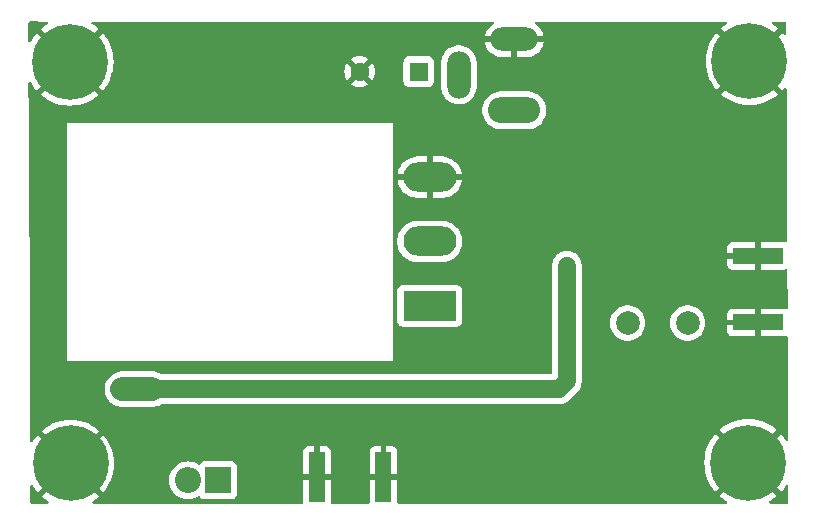
<source format=gbr>
%TF.GenerationSoftware,KiCad,Pcbnew,8.0.0-unknown-202403021604~8dce6c0b67~ubuntu22.04.1*%
%TF.CreationDate,2024-03-03T10:33:34+05:30*%
%TF.ProjectId,HF-PA-v10,48462d50-412d-4763-9130-2e6b69636164,rev?*%
%TF.SameCoordinates,Original*%
%TF.FileFunction,Copper,L2,Bot*%
%TF.FilePolarity,Positive*%
%FSLAX46Y46*%
G04 Gerber Fmt 4.6, Leading zero omitted, Abs format (unit mm)*
G04 Created by KiCad (PCBNEW 8.0.0-unknown-202403021604~8dce6c0b67~ubuntu22.04.1) date 2024-03-03 10:33:34*
%MOMM*%
%LPD*%
G01*
G04 APERTURE LIST*
%TA.AperFunction,ComponentPad*%
%ADD10C,2.000000*%
%TD*%
%TA.AperFunction,ComponentPad*%
%ADD11C,0.800000*%
%TD*%
%TA.AperFunction,ComponentPad*%
%ADD12C,6.400000*%
%TD*%
%TA.AperFunction,SMDPad,CuDef*%
%ADD13R,4.200000X1.350000*%
%TD*%
%TA.AperFunction,ComponentPad*%
%ADD14O,4.400000X2.200000*%
%TD*%
%TA.AperFunction,ComponentPad*%
%ADD15O,4.000000X2.000000*%
%TD*%
%TA.AperFunction,ComponentPad*%
%ADD16O,2.000000X4.000000*%
%TD*%
%TA.AperFunction,ComponentPad*%
%ADD17R,1.600000X1.600000*%
%TD*%
%TA.AperFunction,ComponentPad*%
%ADD18C,1.600000*%
%TD*%
%TA.AperFunction,SMDPad,CuDef*%
%ADD19R,1.350000X4.200000*%
%TD*%
%TA.AperFunction,ComponentPad*%
%ADD20R,4.500000X2.500000*%
%TD*%
%TA.AperFunction,ComponentPad*%
%ADD21O,4.500000X2.500000*%
%TD*%
%TA.AperFunction,ComponentPad*%
%ADD22R,2.200000X2.200000*%
%TD*%
%TA.AperFunction,ComponentPad*%
%ADD23O,2.200000X2.200000*%
%TD*%
%TA.AperFunction,ViaPad*%
%ADD24C,0.800000*%
%TD*%
%TA.AperFunction,Conductor*%
%ADD25C,1.500000*%
%TD*%
%TA.AperFunction,Conductor*%
%ADD26C,1.000000*%
%TD*%
%TA.AperFunction,Conductor*%
%ADD27C,2.000000*%
%TD*%
G04 APERTURE END LIST*
D10*
%TO.P,L4,1*%
%TO.N,Net-(C7-Pad1)*%
X193440000Y-88320000D03*
%TO.P,L4,2*%
%TO.N,Net-(RF_OUT1-In)*%
X198520000Y-88320000D03*
%TD*%
D11*
%TO.P,H3,1,1*%
%TO.N,GND*%
X143872944Y-100222944D03*
X144575888Y-98525888D03*
X144575888Y-101920000D03*
X146272944Y-97822944D03*
D12*
X146272944Y-100222944D03*
D11*
X146272944Y-102622944D03*
X147970000Y-98525888D03*
X147970000Y-101920000D03*
X148672944Y-100222944D03*
%TD*%
D13*
%TO.P,RF_OUT1,2,Ext*%
%TO.N,GND*%
X204477500Y-88285000D03*
X204477500Y-82635000D03*
%TD*%
D14*
%TO.P,Power1,1*%
%TO.N,+VDC*%
X183850000Y-70312500D03*
D15*
%TO.P,Power1,2*%
%TO.N,GND*%
X183850000Y-64312500D03*
D16*
%TO.P,Power1,3*%
%TO.N,unconnected-(Power1-Pad3)*%
X179150000Y-67312500D03*
%TD*%
D17*
%TO.P,C15,1*%
%TO.N,+VDC*%
X175762651Y-67050000D03*
D18*
%TO.P,C15,2*%
%TO.N,GND*%
X170762651Y-67050000D03*
%TD*%
D11*
%TO.P,H4,1,1*%
%TO.N,GND*%
X201242944Y-100172944D03*
X201945888Y-98475888D03*
X201945888Y-101870000D03*
X203642944Y-97772944D03*
D12*
X203642944Y-100172944D03*
D11*
X203642944Y-102572944D03*
X205340000Y-98475888D03*
X205340000Y-101870000D03*
X206042944Y-100172944D03*
%TD*%
D19*
%TO.P,RF_IN1,2,Ext*%
%TO.N,GND*%
X167120000Y-101380000D03*
X172770000Y-101380000D03*
%TD*%
D20*
%TO.P,Q1,1,G*%
%TO.N,Net-(Q1-G)*%
X176700000Y-86880000D03*
D21*
%TO.P,Q1,2,D*%
%TO.N,/DRAIN*%
X176700000Y-81430000D03*
%TO.P,Q1,3,S*%
%TO.N,GND*%
X176700000Y-75980000D03*
%TD*%
D22*
%TO.P,D1,1,K*%
%TO.N,11.5V*%
X158768234Y-101650000D03*
D23*
%TO.P,D1,2,A*%
%TO.N,Net-(D1-A)*%
X156228234Y-101650000D03*
%TD*%
D11*
%TO.P,H1,1,1*%
%TO.N,GND*%
X143812944Y-66222944D03*
X144515888Y-64525888D03*
X144515888Y-67920000D03*
X146212944Y-63822944D03*
D12*
X146212944Y-66222944D03*
D11*
X146212944Y-68622944D03*
X147910000Y-64525888D03*
X147910000Y-67920000D03*
X148612944Y-66222944D03*
%TD*%
%TO.P,H2,1,1*%
%TO.N,GND*%
X201352944Y-66177944D03*
X202055888Y-64480888D03*
X202055888Y-67875000D03*
X203752944Y-63777944D03*
D12*
X203752944Y-66177944D03*
D11*
X203752944Y-68577944D03*
X205450000Y-64480888D03*
X205450000Y-67875000D03*
X206152944Y-66177944D03*
%TD*%
D24*
%TO.N,GND*%
X160070000Y-64960000D03*
X188412114Y-102371750D03*
X193492114Y-97291750D03*
X203652114Y-76971750D03*
X201112114Y-79511750D03*
X162610000Y-64960000D03*
X190952114Y-102371750D03*
X152450000Y-64960000D03*
X145232114Y-92211750D03*
X203652114Y-74431750D03*
X194495000Y-64795000D03*
X154750000Y-98520000D03*
X201112114Y-74431750D03*
X175712114Y-102371750D03*
X194495000Y-67335000D03*
X178252114Y-99831750D03*
X180792114Y-102371750D03*
X157530000Y-64960000D03*
X152450000Y-67500000D03*
X197035000Y-67335000D03*
X201112114Y-76971750D03*
X154990000Y-67500000D03*
X198572114Y-71891750D03*
X157290000Y-95980000D03*
X144160000Y-81940000D03*
X180792114Y-97291750D03*
X144160000Y-71780000D03*
X165150000Y-67500000D03*
X144160000Y-89560000D03*
X199575000Y-64795000D03*
X165150000Y-64960000D03*
X201112114Y-71891750D03*
X190952114Y-97291750D03*
X183332114Y-102371750D03*
X193492114Y-102371750D03*
X196032114Y-102371750D03*
X189415000Y-67335000D03*
X198572114Y-99831750D03*
X162610000Y-67500000D03*
X185872114Y-97291750D03*
X154990000Y-64960000D03*
X157290000Y-98520000D03*
X199575000Y-69875000D03*
X190952114Y-94751750D03*
X194495000Y-69875000D03*
X160070000Y-67500000D03*
X144160000Y-79400000D03*
X197035000Y-69875000D03*
X144160000Y-74320000D03*
X203652114Y-79511750D03*
X191955000Y-67335000D03*
X180792114Y-99831750D03*
X183332114Y-66811750D03*
X157530000Y-67500000D03*
X154750000Y-95980000D03*
X193492114Y-94751750D03*
X145232114Y-94751750D03*
X144160000Y-76860000D03*
X159830000Y-98520000D03*
X203652114Y-71891750D03*
X197035000Y-64795000D03*
X178252114Y-102371750D03*
X144160000Y-87020000D03*
X175712114Y-99831750D03*
X159830000Y-95980000D03*
X191955000Y-64795000D03*
X199575000Y-67335000D03*
X144160000Y-84480000D03*
X188412114Y-97291750D03*
X183332114Y-97291750D03*
X198572114Y-102371750D03*
X185872114Y-102371750D03*
%TO.N,+VDC*%
X188310000Y-85200000D03*
X188280000Y-84390000D03*
X151240000Y-93920000D03*
X150170000Y-93930000D03*
%TD*%
D25*
%TO.N,+VDC*%
X188310000Y-93261750D02*
X188310000Y-83480000D01*
D26*
X188310000Y-85200000D02*
X188310000Y-93261750D01*
X188310000Y-84540000D02*
X188280000Y-84390000D01*
D27*
X153190000Y-93930000D02*
X150660000Y-93930000D01*
D26*
X188280000Y-84390000D02*
X188310000Y-85200000D01*
D25*
X153190000Y-93930000D02*
X187641750Y-93930000D01*
X187641750Y-93930000D02*
X188310000Y-93261750D01*
%TD*%
%TA.AperFunction,Conductor*%
%TO.N,GND*%
G36*
X144363948Y-101778386D02*
G01*
X144325888Y-101870272D01*
X144325888Y-101969728D01*
X144363948Y-102061614D01*
X144434274Y-102131940D01*
X144526160Y-102170000D01*
X144625616Y-102170000D01*
X144717498Y-102131941D01*
X143837592Y-103011847D01*
X143837593Y-103011848D01*
X144095150Y-103220412D01*
X144366307Y-103396505D01*
X144411810Y-103449526D01*
X144421424Y-103518731D01*
X144392097Y-103582148D01*
X144333140Y-103619642D01*
X144298772Y-103624500D01*
X142991202Y-103624500D01*
X142924163Y-103604815D01*
X142878408Y-103552011D01*
X142867203Y-103501033D01*
X142865098Y-103011846D01*
X142861530Y-102182466D01*
X142880926Y-102115344D01*
X142933533Y-102069362D01*
X143002648Y-102059121D01*
X143066328Y-102087873D01*
X143089524Y-102114399D01*
X143275475Y-102400737D01*
X143484039Y-102658294D01*
X143484040Y-102658294D01*
X144363948Y-101778386D01*
G37*
%TD.AperFunction*%
%TA.AperFunction,Conductor*%
G36*
X181988339Y-62807168D02*
G01*
X182055375Y-62826859D01*
X182101124Y-62879667D01*
X182111061Y-62948827D01*
X182082030Y-63012380D01*
X182061211Y-63031486D01*
X181872814Y-63168365D01*
X181705866Y-63335313D01*
X181567085Y-63526328D01*
X181459897Y-63736697D01*
X181386934Y-63961252D01*
X181370898Y-64062500D01*
X182416988Y-64062500D01*
X182384075Y-64119507D01*
X182350000Y-64246674D01*
X182350000Y-64378326D01*
X182384075Y-64505493D01*
X182416988Y-64562500D01*
X181370898Y-64562500D01*
X181386934Y-64663747D01*
X181459897Y-64888302D01*
X181567085Y-65098671D01*
X181705866Y-65289686D01*
X181872813Y-65456633D01*
X182063828Y-65595414D01*
X182274197Y-65702602D01*
X182498752Y-65775565D01*
X182498751Y-65775565D01*
X182731948Y-65812500D01*
X183600000Y-65812500D01*
X183600000Y-64812500D01*
X184100000Y-64812500D01*
X184100000Y-65812500D01*
X184968052Y-65812500D01*
X185201247Y-65775565D01*
X185425802Y-65702602D01*
X185636171Y-65595414D01*
X185827186Y-65456633D01*
X185994133Y-65289686D01*
X186132914Y-65098671D01*
X186240102Y-64888302D01*
X186313065Y-64663747D01*
X186329102Y-64562500D01*
X185283012Y-64562500D01*
X185315925Y-64505493D01*
X185350000Y-64378326D01*
X185350000Y-64246674D01*
X185315925Y-64119507D01*
X185283012Y-64062500D01*
X186329102Y-64062500D01*
X186313065Y-63961252D01*
X186240102Y-63736697D01*
X186132914Y-63526328D01*
X185994133Y-63335313D01*
X185827186Y-63168366D01*
X185639283Y-63031846D01*
X185596618Y-62976516D01*
X185590639Y-62906903D01*
X185623245Y-62845108D01*
X185684084Y-62810750D01*
X185712177Y-62807528D01*
X201728451Y-62809075D01*
X201795488Y-62828766D01*
X201841237Y-62881574D01*
X201851174Y-62950734D01*
X201822143Y-63014287D01*
X201795974Y-63037070D01*
X201575146Y-63180478D01*
X201317592Y-63389039D01*
X201317592Y-63389040D01*
X202197499Y-64268946D01*
X202105616Y-64230888D01*
X202006160Y-64230888D01*
X201914274Y-64268948D01*
X201843948Y-64339274D01*
X201805888Y-64431160D01*
X201805888Y-64530616D01*
X201843946Y-64622498D01*
X200964040Y-63742592D01*
X200964039Y-63742592D01*
X200755475Y-64000150D01*
X200544254Y-64325400D01*
X200368188Y-64670949D01*
X200229206Y-65033007D01*
X200128831Y-65407613D01*
X200128830Y-65407620D01*
X200068163Y-65790656D01*
X200047866Y-66177943D01*
X200047866Y-66177944D01*
X200068163Y-66565231D01*
X200128830Y-66948267D01*
X200128831Y-66948274D01*
X200229206Y-67322880D01*
X200368188Y-67684938D01*
X200544254Y-68030487D01*
X200755475Y-68355737D01*
X200964039Y-68613294D01*
X200964040Y-68613294D01*
X201843948Y-67733386D01*
X201805888Y-67825272D01*
X201805888Y-67924728D01*
X201843948Y-68016614D01*
X201914274Y-68086940D01*
X202006160Y-68125000D01*
X202105616Y-68125000D01*
X202197498Y-68086941D01*
X201317592Y-68966847D01*
X201317593Y-68966848D01*
X201575150Y-69175412D01*
X201900400Y-69386633D01*
X202245949Y-69562699D01*
X202608007Y-69701681D01*
X202982613Y-69802056D01*
X202982620Y-69802057D01*
X203365656Y-69862724D01*
X203752943Y-69883022D01*
X203752945Y-69883022D01*
X204140231Y-69862724D01*
X204523267Y-69802057D01*
X204523274Y-69802056D01*
X204897880Y-69701681D01*
X205259938Y-69562699D01*
X205605487Y-69386633D01*
X205930727Y-69175420D01*
X205930729Y-69175419D01*
X206188293Y-68966846D01*
X205308387Y-68086940D01*
X205400272Y-68125000D01*
X205499728Y-68125000D01*
X205591614Y-68086940D01*
X205661940Y-68016614D01*
X205700000Y-67924728D01*
X205700000Y-67825272D01*
X205661940Y-67733387D01*
X206541846Y-68613293D01*
X206683491Y-68438377D01*
X206740978Y-68398666D01*
X206810809Y-68396338D01*
X206870813Y-68432133D01*
X206901939Y-68494687D01*
X206903856Y-68515880D01*
X206959228Y-81389603D01*
X206939832Y-81456726D01*
X206887225Y-81502708D01*
X206818110Y-81512949D01*
X206791896Y-81506318D01*
X206684879Y-81466403D01*
X206684872Y-81466401D01*
X206625344Y-81460000D01*
X204727500Y-81460000D01*
X204727500Y-83810000D01*
X206625328Y-83810000D01*
X206625344Y-83809999D01*
X206684872Y-83803598D01*
X206684879Y-83803596D01*
X206802588Y-83759694D01*
X206872279Y-83754710D01*
X206933602Y-83788195D01*
X206967087Y-83849518D01*
X206969920Y-83875343D01*
X206983569Y-87048681D01*
X206964173Y-87115804D01*
X206911566Y-87161786D01*
X206842451Y-87172027D01*
X206816237Y-87165396D01*
X206684879Y-87116403D01*
X206684872Y-87116401D01*
X206625344Y-87110000D01*
X204727500Y-87110000D01*
X204727500Y-89460000D01*
X206625328Y-89460000D01*
X206625344Y-89459999D01*
X206684872Y-89453598D01*
X206684879Y-89453596D01*
X206826850Y-89400645D01*
X206896541Y-89395661D01*
X206957864Y-89429146D01*
X206991349Y-89490469D01*
X206994182Y-89516294D01*
X207031438Y-98178128D01*
X207012042Y-98245251D01*
X206959435Y-98291233D01*
X206890320Y-98301474D01*
X206826640Y-98272722D01*
X206803444Y-98246196D01*
X206640412Y-97995150D01*
X206431848Y-97737593D01*
X206431847Y-97737592D01*
X205551941Y-98617497D01*
X205590000Y-98525616D01*
X205590000Y-98426160D01*
X205551940Y-98334274D01*
X205481614Y-98263948D01*
X205389728Y-98225888D01*
X205290272Y-98225888D01*
X205198387Y-98263947D01*
X206078294Y-97384040D01*
X206078294Y-97384039D01*
X205820737Y-97175475D01*
X205495487Y-96964254D01*
X205149938Y-96788188D01*
X204787880Y-96649206D01*
X204413274Y-96548831D01*
X204413267Y-96548830D01*
X204030231Y-96488163D01*
X203642945Y-96467866D01*
X203642943Y-96467866D01*
X203255656Y-96488163D01*
X202872620Y-96548830D01*
X202872613Y-96548831D01*
X202498007Y-96649206D01*
X202135949Y-96788188D01*
X201790400Y-96964254D01*
X201465150Y-97175475D01*
X201207592Y-97384039D01*
X201207592Y-97384040D01*
X202087499Y-98263946D01*
X201995616Y-98225888D01*
X201896160Y-98225888D01*
X201804274Y-98263948D01*
X201733948Y-98334274D01*
X201695888Y-98426160D01*
X201695888Y-98525616D01*
X201733946Y-98617498D01*
X200854040Y-97737592D01*
X200854039Y-97737592D01*
X200645475Y-97995150D01*
X200434254Y-98320400D01*
X200258188Y-98665949D01*
X200119206Y-99028007D01*
X200018831Y-99402613D01*
X200018830Y-99402620D01*
X199958163Y-99785656D01*
X199937866Y-100172943D01*
X199937866Y-100172944D01*
X199958163Y-100560231D01*
X200018830Y-100943267D01*
X200018831Y-100943274D01*
X200119206Y-101317880D01*
X200258188Y-101679938D01*
X200434254Y-102025487D01*
X200645475Y-102350737D01*
X200854039Y-102608294D01*
X200854040Y-102608294D01*
X201733948Y-101728386D01*
X201695888Y-101820272D01*
X201695888Y-101919728D01*
X201733948Y-102011614D01*
X201804274Y-102081940D01*
X201896160Y-102120000D01*
X201995616Y-102120000D01*
X202087498Y-102081941D01*
X201207592Y-102961847D01*
X201207593Y-102961848D01*
X201465150Y-103170412D01*
X201790402Y-103381635D01*
X201790405Y-103381636D01*
X201806849Y-103390015D01*
X201857645Y-103437989D01*
X201874441Y-103505809D01*
X201851904Y-103571945D01*
X201797190Y-103615397D01*
X201750555Y-103624500D01*
X174069000Y-103624500D01*
X174001961Y-103604815D01*
X173956206Y-103552011D01*
X173945000Y-103500500D01*
X173945000Y-101630000D01*
X171595000Y-101630000D01*
X171595000Y-103500500D01*
X171575315Y-103567539D01*
X171522511Y-103613294D01*
X171471000Y-103624500D01*
X168419000Y-103624500D01*
X168351961Y-103604815D01*
X168306206Y-103552011D01*
X168295000Y-103500500D01*
X168295000Y-101630000D01*
X165945000Y-101630000D01*
X165945000Y-103500500D01*
X165925315Y-103567539D01*
X165872511Y-103613294D01*
X165821000Y-103624500D01*
X148247116Y-103624500D01*
X148180077Y-103604815D01*
X148134322Y-103552011D01*
X148124378Y-103482853D01*
X148153403Y-103419297D01*
X148179581Y-103396505D01*
X148450727Y-103220420D01*
X148450729Y-103220419D01*
X148708293Y-103011846D01*
X147828387Y-102131940D01*
X147920272Y-102170000D01*
X148019728Y-102170000D01*
X148111614Y-102131940D01*
X148181940Y-102061614D01*
X148220000Y-101969728D01*
X148220000Y-101870272D01*
X148181940Y-101778387D01*
X149061846Y-102658293D01*
X149270419Y-102400729D01*
X149270420Y-102400727D01*
X149481633Y-102075487D01*
X149657699Y-101729938D01*
X149688385Y-101650000D01*
X154622785Y-101650000D01*
X154642551Y-101901151D01*
X154701360Y-102146110D01*
X154797767Y-102378859D01*
X154929394Y-102593653D01*
X154929395Y-102593656D01*
X154941897Y-102608294D01*
X155093010Y-102785224D01*
X155195717Y-102872944D01*
X155284577Y-102948838D01*
X155284580Y-102948839D01*
X155499374Y-103080466D01*
X155716525Y-103170412D01*
X155732123Y-103176873D01*
X155977086Y-103235683D01*
X156228234Y-103255449D01*
X156479382Y-103235683D01*
X156724345Y-103176873D01*
X156957093Y-103080466D01*
X157089253Y-102999477D01*
X157156695Y-102981234D01*
X157223298Y-103002350D01*
X157253306Y-103030894D01*
X157310689Y-103107547D01*
X157425898Y-103193793D01*
X157425905Y-103193797D01*
X157560751Y-103244091D01*
X157560750Y-103244091D01*
X157567678Y-103244835D01*
X157620361Y-103250500D01*
X159916106Y-103250499D01*
X159975717Y-103244091D01*
X160110565Y-103193796D01*
X160225780Y-103107546D01*
X160312030Y-102992331D01*
X160362325Y-102857483D01*
X160368734Y-102797873D01*
X160368733Y-101130000D01*
X165945000Y-101130000D01*
X166870000Y-101130000D01*
X166870000Y-98780000D01*
X167370000Y-98780000D01*
X167370000Y-101130000D01*
X168295000Y-101130000D01*
X171595000Y-101130000D01*
X172520000Y-101130000D01*
X172520000Y-98780000D01*
X173020000Y-98780000D01*
X173020000Y-101130000D01*
X173945000Y-101130000D01*
X173945000Y-99232172D01*
X173944999Y-99232155D01*
X173938598Y-99172627D01*
X173938596Y-99172620D01*
X173888354Y-99037913D01*
X173888350Y-99037906D01*
X173802190Y-98922812D01*
X173802187Y-98922809D01*
X173687093Y-98836649D01*
X173687086Y-98836645D01*
X173552379Y-98786403D01*
X173552372Y-98786401D01*
X173492844Y-98780000D01*
X173020000Y-98780000D01*
X172520000Y-98780000D01*
X172047155Y-98780000D01*
X171987627Y-98786401D01*
X171987620Y-98786403D01*
X171852913Y-98836645D01*
X171852906Y-98836649D01*
X171737812Y-98922809D01*
X171737809Y-98922812D01*
X171651649Y-99037906D01*
X171651645Y-99037913D01*
X171601403Y-99172620D01*
X171601401Y-99172627D01*
X171595000Y-99232155D01*
X171595000Y-101130000D01*
X168295000Y-101130000D01*
X168295000Y-99232172D01*
X168294999Y-99232155D01*
X168288598Y-99172627D01*
X168288596Y-99172620D01*
X168238354Y-99037913D01*
X168238350Y-99037906D01*
X168152190Y-98922812D01*
X168152187Y-98922809D01*
X168037093Y-98836649D01*
X168037086Y-98836645D01*
X167902379Y-98786403D01*
X167902372Y-98786401D01*
X167842844Y-98780000D01*
X167370000Y-98780000D01*
X166870000Y-98780000D01*
X166397155Y-98780000D01*
X166337627Y-98786401D01*
X166337620Y-98786403D01*
X166202913Y-98836645D01*
X166202906Y-98836649D01*
X166087812Y-98922809D01*
X166087809Y-98922812D01*
X166001649Y-99037906D01*
X166001645Y-99037913D01*
X165951403Y-99172620D01*
X165951401Y-99172627D01*
X165945000Y-99232155D01*
X165945000Y-101130000D01*
X160368733Y-101130000D01*
X160368733Y-100502128D01*
X160362325Y-100442517D01*
X160340829Y-100384884D01*
X160312031Y-100307671D01*
X160312027Y-100307664D01*
X160225781Y-100192455D01*
X160225778Y-100192452D01*
X160110569Y-100106206D01*
X160110562Y-100106202D01*
X159975716Y-100055908D01*
X159975717Y-100055908D01*
X159916117Y-100049501D01*
X159916115Y-100049500D01*
X159916107Y-100049500D01*
X159916098Y-100049500D01*
X157620363Y-100049500D01*
X157620357Y-100049501D01*
X157560750Y-100055908D01*
X157425905Y-100106202D01*
X157425898Y-100106206D01*
X157310689Y-100192452D01*
X157253306Y-100269105D01*
X157197372Y-100310976D01*
X157127680Y-100315959D01*
X157089250Y-100300520D01*
X156957093Y-100219533D01*
X156724344Y-100123126D01*
X156479385Y-100064317D01*
X156228234Y-100044551D01*
X155977082Y-100064317D01*
X155732123Y-100123126D01*
X155499374Y-100219533D01*
X155284580Y-100351160D01*
X155284577Y-100351161D01*
X155093010Y-100514776D01*
X154929395Y-100706343D01*
X154929394Y-100706346D01*
X154797767Y-100921140D01*
X154701360Y-101153889D01*
X154642551Y-101398848D01*
X154622785Y-101650000D01*
X149688385Y-101650000D01*
X149796681Y-101367880D01*
X149897056Y-100993274D01*
X149897057Y-100993267D01*
X149957724Y-100610231D01*
X149978022Y-100222944D01*
X149978022Y-100222943D01*
X149957724Y-99835656D01*
X149897057Y-99452620D01*
X149897056Y-99452613D01*
X149796681Y-99078007D01*
X149657699Y-98715949D01*
X149481633Y-98370400D01*
X149270412Y-98045150D01*
X149061848Y-97787593D01*
X149061847Y-97787592D01*
X148181941Y-98667497D01*
X148220000Y-98575616D01*
X148220000Y-98476160D01*
X148181940Y-98384274D01*
X148111614Y-98313948D01*
X148019728Y-98275888D01*
X147920272Y-98275888D01*
X147828387Y-98313947D01*
X148708294Y-97434040D01*
X148708294Y-97434039D01*
X148450737Y-97225475D01*
X148125487Y-97014254D01*
X147779938Y-96838188D01*
X147417880Y-96699206D01*
X147043274Y-96598831D01*
X147043267Y-96598830D01*
X146660231Y-96538163D01*
X146272945Y-96517866D01*
X146272943Y-96517866D01*
X145885656Y-96538163D01*
X145502620Y-96598830D01*
X145502613Y-96598831D01*
X145128007Y-96699206D01*
X144765949Y-96838188D01*
X144420400Y-97014254D01*
X144095150Y-97225475D01*
X143837592Y-97434039D01*
X143837592Y-97434040D01*
X144717499Y-98313946D01*
X144625616Y-98275888D01*
X144526160Y-98275888D01*
X144434274Y-98313948D01*
X144363948Y-98384274D01*
X144325888Y-98476160D01*
X144325888Y-98575616D01*
X144363946Y-98667498D01*
X143484040Y-97787592D01*
X143484039Y-97787592D01*
X143275478Y-98045146D01*
X143072778Y-98357274D01*
X143019756Y-98402777D01*
X142950551Y-98412390D01*
X142887135Y-98383063D01*
X142849641Y-98324106D01*
X142844785Y-98290280D01*
X142826534Y-94048097D01*
X149159500Y-94048097D01*
X149196446Y-94281368D01*
X149269433Y-94505996D01*
X149376657Y-94716433D01*
X149515483Y-94907510D01*
X149682490Y-95074517D01*
X149873567Y-95213343D01*
X149972991Y-95264002D01*
X150084003Y-95320566D01*
X150084005Y-95320566D01*
X150084008Y-95320568D01*
X150204412Y-95359689D01*
X150308631Y-95393553D01*
X150541903Y-95430500D01*
X150541908Y-95430500D01*
X153308097Y-95430500D01*
X153541368Y-95393553D01*
X153765992Y-95320568D01*
X153976433Y-95213343D01*
X153982799Y-95208717D01*
X153989043Y-95204182D01*
X154054849Y-95180702D01*
X154061928Y-95180500D01*
X187740172Y-95180500D01*
X187934576Y-95149709D01*
X188121776Y-95088884D01*
X188297155Y-94999524D01*
X188456396Y-94883828D01*
X189263828Y-94076396D01*
X189379524Y-93917155D01*
X189468884Y-93741776D01*
X189529709Y-93554577D01*
X189560500Y-93360172D01*
X189560500Y-88320005D01*
X191934357Y-88320005D01*
X191954890Y-88567812D01*
X191954892Y-88567824D01*
X192015936Y-88808881D01*
X192115826Y-89036606D01*
X192251833Y-89244782D01*
X192251836Y-89244785D01*
X192420256Y-89427738D01*
X192616491Y-89580474D01*
X192835190Y-89698828D01*
X193070386Y-89779571D01*
X193315665Y-89820500D01*
X193564335Y-89820500D01*
X193809614Y-89779571D01*
X194044810Y-89698828D01*
X194263509Y-89580474D01*
X194459744Y-89427738D01*
X194628164Y-89244785D01*
X194764173Y-89036607D01*
X194864063Y-88808881D01*
X194925108Y-88567821D01*
X194931760Y-88487544D01*
X194945643Y-88320005D01*
X197014357Y-88320005D01*
X197034890Y-88567812D01*
X197034892Y-88567824D01*
X197095936Y-88808881D01*
X197195826Y-89036606D01*
X197331833Y-89244782D01*
X197331836Y-89244785D01*
X197500256Y-89427738D01*
X197696491Y-89580474D01*
X197915190Y-89698828D01*
X198150386Y-89779571D01*
X198395665Y-89820500D01*
X198644335Y-89820500D01*
X198889614Y-89779571D01*
X199124810Y-89698828D01*
X199343509Y-89580474D01*
X199539744Y-89427738D01*
X199708164Y-89244785D01*
X199844173Y-89036607D01*
X199944063Y-88808881D01*
X200005108Y-88567821D01*
X200007828Y-88535000D01*
X201877500Y-88535000D01*
X201877500Y-89007844D01*
X201883901Y-89067372D01*
X201883903Y-89067379D01*
X201934145Y-89202086D01*
X201934149Y-89202093D01*
X202020309Y-89317187D01*
X202020312Y-89317190D01*
X202135406Y-89403350D01*
X202135413Y-89403354D01*
X202270120Y-89453596D01*
X202270127Y-89453598D01*
X202329655Y-89459999D01*
X202329672Y-89460000D01*
X204227500Y-89460000D01*
X204227500Y-88535000D01*
X201877500Y-88535000D01*
X200007828Y-88535000D01*
X200011760Y-88487544D01*
X200025643Y-88320005D01*
X200025643Y-88319994D01*
X200005109Y-88072187D01*
X200005107Y-88072175D01*
X199995693Y-88035000D01*
X201877500Y-88035000D01*
X204227500Y-88035000D01*
X204227500Y-87110000D01*
X202329655Y-87110000D01*
X202270127Y-87116401D01*
X202270120Y-87116403D01*
X202135413Y-87166645D01*
X202135406Y-87166649D01*
X202020312Y-87252809D01*
X202020309Y-87252812D01*
X201934149Y-87367906D01*
X201934145Y-87367913D01*
X201883903Y-87502620D01*
X201883901Y-87502627D01*
X201877500Y-87562155D01*
X201877500Y-88035000D01*
X199995693Y-88035000D01*
X199944063Y-87831118D01*
X199844173Y-87603393D01*
X199708166Y-87395217D01*
X199683024Y-87367906D01*
X199539744Y-87212262D01*
X199343509Y-87059526D01*
X199343507Y-87059525D01*
X199343506Y-87059524D01*
X199124811Y-86941172D01*
X199124802Y-86941169D01*
X198889616Y-86860429D01*
X198644335Y-86819500D01*
X198395665Y-86819500D01*
X198150383Y-86860429D01*
X197915197Y-86941169D01*
X197915188Y-86941172D01*
X197696493Y-87059524D01*
X197500257Y-87212261D01*
X197331833Y-87395217D01*
X197195826Y-87603393D01*
X197095936Y-87831118D01*
X197034892Y-88072175D01*
X197034890Y-88072187D01*
X197014357Y-88319994D01*
X197014357Y-88320005D01*
X194945643Y-88320005D01*
X194945643Y-88319994D01*
X194925109Y-88072187D01*
X194925107Y-88072175D01*
X194864063Y-87831118D01*
X194764173Y-87603393D01*
X194628166Y-87395217D01*
X194603024Y-87367906D01*
X194459744Y-87212262D01*
X194263509Y-87059526D01*
X194263507Y-87059525D01*
X194263506Y-87059524D01*
X194044811Y-86941172D01*
X194044802Y-86941169D01*
X193809616Y-86860429D01*
X193564335Y-86819500D01*
X193315665Y-86819500D01*
X193070383Y-86860429D01*
X192835197Y-86941169D01*
X192835188Y-86941172D01*
X192616493Y-87059524D01*
X192420257Y-87212261D01*
X192251833Y-87395217D01*
X192115826Y-87603393D01*
X192015936Y-87831118D01*
X191954892Y-88072175D01*
X191954890Y-88072187D01*
X191934357Y-88319994D01*
X191934357Y-88320005D01*
X189560500Y-88320005D01*
X189560500Y-83381577D01*
X189529709Y-83187173D01*
X189469980Y-83003349D01*
X189468884Y-82999975D01*
X189468882Y-82999972D01*
X189468882Y-82999970D01*
X189421743Y-82907455D01*
X189410302Y-82885000D01*
X201877500Y-82885000D01*
X201877500Y-83357844D01*
X201883901Y-83417372D01*
X201883903Y-83417379D01*
X201934145Y-83552086D01*
X201934149Y-83552093D01*
X202020309Y-83667187D01*
X202020312Y-83667190D01*
X202135406Y-83753350D01*
X202135413Y-83753354D01*
X202270120Y-83803596D01*
X202270127Y-83803598D01*
X202329655Y-83809999D01*
X202329672Y-83810000D01*
X204227500Y-83810000D01*
X204227500Y-82885000D01*
X201877500Y-82885000D01*
X189410302Y-82885000D01*
X189379524Y-82824595D01*
X189263828Y-82665354D01*
X189124646Y-82526172D01*
X188965405Y-82410476D01*
X188953896Y-82404612D01*
X188915406Y-82385000D01*
X201877500Y-82385000D01*
X204227500Y-82385000D01*
X204227500Y-81460000D01*
X202329655Y-81460000D01*
X202270127Y-81466401D01*
X202270120Y-81466403D01*
X202135413Y-81516645D01*
X202135406Y-81516649D01*
X202020312Y-81602809D01*
X202020309Y-81602812D01*
X201934149Y-81717906D01*
X201934145Y-81717913D01*
X201883903Y-81852620D01*
X201883901Y-81852627D01*
X201877500Y-81912155D01*
X201877500Y-82385000D01*
X188915406Y-82385000D01*
X188790029Y-82321117D01*
X188602826Y-82260290D01*
X188408422Y-82229500D01*
X188408417Y-82229500D01*
X188211583Y-82229500D01*
X188211578Y-82229500D01*
X188017173Y-82260290D01*
X187829970Y-82321117D01*
X187654594Y-82410476D01*
X187563741Y-82476485D01*
X187495354Y-82526172D01*
X187495352Y-82526174D01*
X187495351Y-82526174D01*
X187356174Y-82665351D01*
X187356174Y-82665352D01*
X187356172Y-82665354D01*
X187306485Y-82733741D01*
X187240476Y-82824594D01*
X187151117Y-82999970D01*
X187090290Y-83187173D01*
X187059500Y-83381577D01*
X187059500Y-92555500D01*
X187039815Y-92622539D01*
X186987011Y-92668294D01*
X186935500Y-92679500D01*
X154061928Y-92679500D01*
X153994889Y-92659815D01*
X153989043Y-92655818D01*
X153976436Y-92646659D01*
X153976435Y-92646658D01*
X153976433Y-92646657D01*
X153910715Y-92613172D01*
X153765996Y-92539433D01*
X153541368Y-92466446D01*
X153308097Y-92429500D01*
X153308092Y-92429500D01*
X150541908Y-92429500D01*
X150541903Y-92429500D01*
X150308631Y-92466446D01*
X150084003Y-92539433D01*
X149873566Y-92646657D01*
X149764550Y-92725862D01*
X149682490Y-92785483D01*
X149682488Y-92785485D01*
X149682487Y-92785485D01*
X149515485Y-92952487D01*
X149515485Y-92952488D01*
X149515483Y-92952490D01*
X149455862Y-93034550D01*
X149376657Y-93143566D01*
X149269433Y-93354003D01*
X149196446Y-93578631D01*
X149159500Y-93811902D01*
X149159500Y-94048097D01*
X142826534Y-94048097D01*
X142815662Y-91520918D01*
X145949500Y-91520918D01*
X145979082Y-91550500D01*
X173570918Y-91550500D01*
X173600500Y-91520918D01*
X173600500Y-88177870D01*
X173949500Y-88177870D01*
X173949501Y-88177876D01*
X173955908Y-88237483D01*
X174006202Y-88372328D01*
X174006206Y-88372335D01*
X174092452Y-88487544D01*
X174092455Y-88487547D01*
X174207664Y-88573793D01*
X174207671Y-88573797D01*
X174342517Y-88624091D01*
X174342516Y-88624091D01*
X174349444Y-88624835D01*
X174402127Y-88630500D01*
X178997872Y-88630499D01*
X179057483Y-88624091D01*
X179192331Y-88573796D01*
X179307546Y-88487546D01*
X179393796Y-88372331D01*
X179444091Y-88237483D01*
X179450500Y-88177873D01*
X179450499Y-85582128D01*
X179444091Y-85522517D01*
X179393796Y-85387669D01*
X179393795Y-85387668D01*
X179393793Y-85387664D01*
X179307547Y-85272455D01*
X179307544Y-85272452D01*
X179192335Y-85186206D01*
X179192328Y-85186202D01*
X179057482Y-85135908D01*
X179057483Y-85135908D01*
X178997883Y-85129501D01*
X178997881Y-85129500D01*
X178997873Y-85129500D01*
X178997864Y-85129500D01*
X174402129Y-85129500D01*
X174402123Y-85129501D01*
X174342516Y-85135908D01*
X174207671Y-85186202D01*
X174207664Y-85186206D01*
X174092455Y-85272452D01*
X174092452Y-85272455D01*
X174006206Y-85387664D01*
X174006202Y-85387671D01*
X173955908Y-85522517D01*
X173949501Y-85582116D01*
X173949501Y-85582123D01*
X173949500Y-85582135D01*
X173949500Y-88177870D01*
X173600500Y-88177870D01*
X173600500Y-81544741D01*
X173949500Y-81544741D01*
X173957146Y-81602812D01*
X173979452Y-81772238D01*
X173979453Y-81772240D01*
X174038842Y-81993887D01*
X174126650Y-82205876D01*
X174126657Y-82205890D01*
X174241392Y-82404617D01*
X174381081Y-82586661D01*
X174381089Y-82586670D01*
X174543330Y-82748911D01*
X174543338Y-82748918D01*
X174725382Y-82888607D01*
X174725385Y-82888608D01*
X174725388Y-82888611D01*
X174924112Y-83003344D01*
X174924117Y-83003346D01*
X174924123Y-83003349D01*
X175015480Y-83041190D01*
X175136113Y-83091158D01*
X175357762Y-83150548D01*
X175585266Y-83180500D01*
X175585273Y-83180500D01*
X177814727Y-83180500D01*
X177814734Y-83180500D01*
X178042238Y-83150548D01*
X178263887Y-83091158D01*
X178475888Y-83003344D01*
X178674612Y-82888611D01*
X178856661Y-82748919D01*
X178856665Y-82748914D01*
X178856670Y-82748911D01*
X179018911Y-82586670D01*
X179018914Y-82586665D01*
X179018919Y-82586661D01*
X179158611Y-82404612D01*
X179273344Y-82205888D01*
X179361158Y-81993887D01*
X179420548Y-81772238D01*
X179450500Y-81544734D01*
X179450500Y-81315266D01*
X179420548Y-81087762D01*
X179361158Y-80866113D01*
X179273344Y-80654112D01*
X179158611Y-80455388D01*
X179158608Y-80455385D01*
X179158607Y-80455382D01*
X179057764Y-80323962D01*
X179018919Y-80273339D01*
X179018918Y-80273338D01*
X179018911Y-80273330D01*
X178856670Y-80111089D01*
X178856661Y-80111081D01*
X178674617Y-79971392D01*
X178475890Y-79856657D01*
X178475876Y-79856650D01*
X178263887Y-79768842D01*
X178042238Y-79709452D01*
X178004215Y-79704446D01*
X177814741Y-79679500D01*
X177814734Y-79679500D01*
X175585266Y-79679500D01*
X175585258Y-79679500D01*
X175368715Y-79708009D01*
X175357762Y-79709452D01*
X175264076Y-79734554D01*
X175136112Y-79768842D01*
X174924123Y-79856650D01*
X174924109Y-79856657D01*
X174725382Y-79971392D01*
X174543338Y-80111081D01*
X174381081Y-80273338D01*
X174241392Y-80455382D01*
X174126657Y-80654109D01*
X174126650Y-80654123D01*
X174038842Y-80866112D01*
X173979453Y-81087759D01*
X173979451Y-81087770D01*
X173949500Y-81315258D01*
X173949500Y-81544741D01*
X173600500Y-81544741D01*
X173600500Y-75729999D01*
X173967811Y-75729999D01*
X173967812Y-75730000D01*
X175991759Y-75730000D01*
X175978822Y-75761233D01*
X175950000Y-75906131D01*
X175950000Y-76053869D01*
X175978822Y-76198767D01*
X175991759Y-76230000D01*
X173967812Y-76230000D01*
X173979942Y-76322137D01*
X174039318Y-76543730D01*
X174127102Y-76755659D01*
X174127106Y-76755668D01*
X174241809Y-76954338D01*
X174381455Y-77136329D01*
X174381461Y-77136336D01*
X174543663Y-77298538D01*
X174543670Y-77298544D01*
X174725661Y-77438190D01*
X174924331Y-77552893D01*
X174924340Y-77552897D01*
X175136269Y-77640681D01*
X175357862Y-77700057D01*
X175585289Y-77729998D01*
X175585306Y-77730000D01*
X176450000Y-77730000D01*
X176450000Y-76688240D01*
X176481233Y-76701178D01*
X176626131Y-76730000D01*
X176773869Y-76730000D01*
X176918767Y-76701178D01*
X176950000Y-76688240D01*
X176950000Y-77730000D01*
X177814694Y-77730000D01*
X177814710Y-77729998D01*
X178042137Y-77700057D01*
X178263730Y-77640681D01*
X178475659Y-77552897D01*
X178475668Y-77552893D01*
X178674338Y-77438190D01*
X178856329Y-77298544D01*
X178856336Y-77298538D01*
X179018538Y-77136336D01*
X179018544Y-77136329D01*
X179158190Y-76954338D01*
X179272893Y-76755668D01*
X179272897Y-76755659D01*
X179360681Y-76543730D01*
X179420057Y-76322137D01*
X179432188Y-76230000D01*
X177408241Y-76230000D01*
X177421178Y-76198767D01*
X177450000Y-76053869D01*
X177450000Y-75906131D01*
X177421178Y-75761233D01*
X177408241Y-75730000D01*
X179432188Y-75730000D01*
X179432188Y-75729999D01*
X179420057Y-75637862D01*
X179360681Y-75416269D01*
X179272897Y-75204340D01*
X179272893Y-75204331D01*
X179158190Y-75005661D01*
X179018544Y-74823670D01*
X179018538Y-74823663D01*
X178856336Y-74661461D01*
X178856329Y-74661455D01*
X178674338Y-74521809D01*
X178475668Y-74407106D01*
X178475659Y-74407102D01*
X178263730Y-74319318D01*
X178042137Y-74259942D01*
X177814710Y-74230001D01*
X177814694Y-74230000D01*
X176950000Y-74230000D01*
X176950000Y-75271759D01*
X176918767Y-75258822D01*
X176773869Y-75230000D01*
X176626131Y-75230000D01*
X176481233Y-75258822D01*
X176450000Y-75271759D01*
X176450000Y-74230000D01*
X175585306Y-74230000D01*
X175585289Y-74230001D01*
X175357862Y-74259942D01*
X175136269Y-74319318D01*
X174924340Y-74407102D01*
X174924331Y-74407106D01*
X174725661Y-74521809D01*
X174543670Y-74661455D01*
X174543663Y-74661461D01*
X174381461Y-74823663D01*
X174381455Y-74823670D01*
X174241809Y-75005661D01*
X174127106Y-75204331D01*
X174127102Y-75204340D01*
X174039318Y-75416269D01*
X173979942Y-75637862D01*
X173967811Y-75729999D01*
X173600500Y-75729999D01*
X173600500Y-71459082D01*
X173570918Y-71429500D01*
X146020918Y-71429500D01*
X145979082Y-71429500D01*
X145979081Y-71429500D01*
X145949500Y-71459081D01*
X145949500Y-71459082D01*
X145949500Y-91520918D01*
X142815662Y-91520918D01*
X142724962Y-70438461D01*
X181149500Y-70438461D01*
X181188910Y-70687285D01*
X181266760Y-70926883D01*
X181381132Y-71151348D01*
X181529201Y-71355149D01*
X181529205Y-71355154D01*
X181707345Y-71533294D01*
X181707350Y-71533298D01*
X181885117Y-71662452D01*
X181911155Y-71681370D01*
X182054184Y-71754247D01*
X182135616Y-71795739D01*
X182135618Y-71795739D01*
X182135621Y-71795741D01*
X182375215Y-71873590D01*
X182624038Y-71913000D01*
X182624039Y-71913000D01*
X185075961Y-71913000D01*
X185075962Y-71913000D01*
X185324785Y-71873590D01*
X185564379Y-71795741D01*
X185788845Y-71681370D01*
X185992656Y-71533293D01*
X186170793Y-71355156D01*
X186318870Y-71151345D01*
X186433241Y-70926879D01*
X186511090Y-70687285D01*
X186550500Y-70438462D01*
X186550500Y-70186538D01*
X186511090Y-69937715D01*
X186433241Y-69698121D01*
X186433239Y-69698118D01*
X186433239Y-69698116D01*
X186364240Y-69562699D01*
X186318870Y-69473655D01*
X186185446Y-69290012D01*
X186170798Y-69269850D01*
X186170794Y-69269845D01*
X185992654Y-69091705D01*
X185992649Y-69091701D01*
X185788848Y-68943632D01*
X185788847Y-68943631D01*
X185788845Y-68943630D01*
X185718747Y-68907913D01*
X185564383Y-68829260D01*
X185324785Y-68751410D01*
X185075962Y-68712000D01*
X182624038Y-68712000D01*
X182499626Y-68731705D01*
X182375214Y-68751410D01*
X182135616Y-68829260D01*
X181911151Y-68943632D01*
X181707350Y-69091701D01*
X181707345Y-69091705D01*
X181529205Y-69269845D01*
X181529201Y-69269850D01*
X181381132Y-69473651D01*
X181266760Y-69698116D01*
X181188910Y-69937714D01*
X181149500Y-70186538D01*
X181149500Y-70438461D01*
X142724962Y-70438461D01*
X142714574Y-68023980D01*
X142733969Y-67956861D01*
X142786576Y-67910879D01*
X142855691Y-67900638D01*
X142919371Y-67929390D01*
X142949057Y-67967157D01*
X143004251Y-68075482D01*
X143004252Y-68075485D01*
X143215475Y-68400737D01*
X143424039Y-68658294D01*
X143424040Y-68658294D01*
X144303948Y-67778386D01*
X144265888Y-67870272D01*
X144265888Y-67969728D01*
X144303948Y-68061614D01*
X144374274Y-68131940D01*
X144466160Y-68170000D01*
X144565616Y-68170000D01*
X144657498Y-68131941D01*
X143777592Y-69011847D01*
X143777593Y-69011848D01*
X144035150Y-69220412D01*
X144360400Y-69431633D01*
X144705949Y-69607699D01*
X145068007Y-69746681D01*
X145442613Y-69847056D01*
X145442620Y-69847057D01*
X145825656Y-69907724D01*
X146212943Y-69928022D01*
X146212945Y-69928022D01*
X146600231Y-69907724D01*
X146983267Y-69847057D01*
X146983274Y-69847056D01*
X147357880Y-69746681D01*
X147719938Y-69607699D01*
X148065487Y-69431633D01*
X148390727Y-69220420D01*
X148390729Y-69220419D01*
X148648293Y-69011846D01*
X147768387Y-68131940D01*
X147860272Y-68170000D01*
X147959728Y-68170000D01*
X148051614Y-68131940D01*
X148121940Y-68061614D01*
X148160000Y-67969728D01*
X148160000Y-67870272D01*
X148121940Y-67778387D01*
X149001846Y-68658293D01*
X149186232Y-68430597D01*
X177649500Y-68430597D01*
X177686446Y-68663868D01*
X177759433Y-68888496D01*
X177799356Y-68966848D01*
X177866657Y-69098933D01*
X178005483Y-69290010D01*
X178172490Y-69457017D01*
X178363567Y-69595843D01*
X178386836Y-69607699D01*
X178574003Y-69703066D01*
X178574005Y-69703066D01*
X178574008Y-69703068D01*
X178694412Y-69742189D01*
X178798631Y-69776053D01*
X179031903Y-69813000D01*
X179031908Y-69813000D01*
X179268097Y-69813000D01*
X179501368Y-69776053D01*
X179591765Y-69746681D01*
X179725992Y-69703068D01*
X179936433Y-69595843D01*
X180127510Y-69457017D01*
X180294517Y-69290010D01*
X180433343Y-69098933D01*
X180540568Y-68888492D01*
X180613553Y-68663868D01*
X180636992Y-68515880D01*
X180650500Y-68430597D01*
X180650500Y-66194402D01*
X180613553Y-65961131D01*
X180568910Y-65823735D01*
X180540568Y-65736508D01*
X180540566Y-65736505D01*
X180540566Y-65736503D01*
X180433342Y-65526066D01*
X180294517Y-65334990D01*
X180127510Y-65167983D01*
X179936433Y-65029157D01*
X179725996Y-64921933D01*
X179501368Y-64848946D01*
X179268097Y-64812000D01*
X179268092Y-64812000D01*
X179031908Y-64812000D01*
X179031903Y-64812000D01*
X178798631Y-64848946D01*
X178574003Y-64921933D01*
X178363566Y-65029157D01*
X178296331Y-65078007D01*
X178172490Y-65167983D01*
X178172488Y-65167985D01*
X178172487Y-65167985D01*
X178005485Y-65334987D01*
X178005485Y-65334988D01*
X178005483Y-65334990D01*
X177969613Y-65384361D01*
X177866657Y-65526066D01*
X177759433Y-65736503D01*
X177686446Y-65961131D01*
X177649500Y-66194402D01*
X177649500Y-68430597D01*
X149186232Y-68430597D01*
X149210419Y-68400729D01*
X149210420Y-68400727D01*
X149421633Y-68075487D01*
X149597699Y-67729938D01*
X149736681Y-67367880D01*
X149821856Y-67050002D01*
X169457685Y-67050002D01*
X169477509Y-67276599D01*
X169477511Y-67276610D01*
X169536381Y-67496317D01*
X169536386Y-67496331D01*
X169632514Y-67702478D01*
X169683625Y-67775472D01*
X170362651Y-67096446D01*
X170362651Y-67102661D01*
X170389910Y-67204394D01*
X170442571Y-67295606D01*
X170517045Y-67370080D01*
X170608257Y-67422741D01*
X170709990Y-67450000D01*
X170716204Y-67450000D01*
X170037177Y-68129025D01*
X170110164Y-68180132D01*
X170110172Y-68180136D01*
X170316319Y-68276264D01*
X170316333Y-68276269D01*
X170536040Y-68335139D01*
X170536051Y-68335141D01*
X170762649Y-68354966D01*
X170762653Y-68354966D01*
X170989250Y-68335141D01*
X170989261Y-68335139D01*
X171208968Y-68276269D01*
X171208982Y-68276264D01*
X171415129Y-68180136D01*
X171488122Y-68129024D01*
X171256968Y-67897870D01*
X174462151Y-67897870D01*
X174462152Y-67897876D01*
X174468559Y-67957483D01*
X174518853Y-68092328D01*
X174518857Y-68092335D01*
X174605103Y-68207544D01*
X174605106Y-68207547D01*
X174720315Y-68293793D01*
X174720322Y-68293797D01*
X174855168Y-68344091D01*
X174855167Y-68344091D01*
X174862095Y-68344835D01*
X174914778Y-68350500D01*
X176610523Y-68350499D01*
X176670134Y-68344091D01*
X176804982Y-68293796D01*
X176920197Y-68207546D01*
X177006447Y-68092331D01*
X177056742Y-67957483D01*
X177063151Y-67897873D01*
X177063150Y-66202128D01*
X177056742Y-66142517D01*
X177022989Y-66052021D01*
X177006448Y-66007671D01*
X177006444Y-66007664D01*
X176920198Y-65892455D01*
X176920195Y-65892452D01*
X176804986Y-65806206D01*
X176804979Y-65806202D01*
X176670133Y-65755908D01*
X176670134Y-65755908D01*
X176610534Y-65749501D01*
X176610532Y-65749500D01*
X176610524Y-65749500D01*
X176610515Y-65749500D01*
X174914780Y-65749500D01*
X174914774Y-65749501D01*
X174855167Y-65755908D01*
X174720322Y-65806202D01*
X174720315Y-65806206D01*
X174605106Y-65892452D01*
X174605103Y-65892455D01*
X174518857Y-66007664D01*
X174518853Y-66007671D01*
X174468559Y-66142517D01*
X174462981Y-66194408D01*
X174462152Y-66202123D01*
X174462151Y-66202135D01*
X174462151Y-67897870D01*
X171256968Y-67897870D01*
X170809098Y-67450000D01*
X170815312Y-67450000D01*
X170917045Y-67422741D01*
X171008257Y-67370080D01*
X171082731Y-67295606D01*
X171135392Y-67204394D01*
X171162651Y-67102661D01*
X171162651Y-67096447D01*
X171841675Y-67775471D01*
X171892787Y-67702478D01*
X171988915Y-67496331D01*
X171988920Y-67496317D01*
X172047790Y-67276610D01*
X172047792Y-67276599D01*
X172067617Y-67050002D01*
X172067617Y-67049997D01*
X172047792Y-66823400D01*
X172047790Y-66823389D01*
X171988920Y-66603682D01*
X171988915Y-66603668D01*
X171892787Y-66397521D01*
X171892783Y-66397513D01*
X171841676Y-66324526D01*
X171162651Y-67003551D01*
X171162651Y-66997339D01*
X171135392Y-66895606D01*
X171082731Y-66804394D01*
X171008257Y-66729920D01*
X170917045Y-66677259D01*
X170815312Y-66650000D01*
X170809099Y-66650000D01*
X171488123Y-65970974D01*
X171415129Y-65919863D01*
X171208982Y-65823735D01*
X171208968Y-65823730D01*
X170989261Y-65764860D01*
X170989250Y-65764858D01*
X170762653Y-65745034D01*
X170762649Y-65745034D01*
X170536051Y-65764858D01*
X170536040Y-65764860D01*
X170316333Y-65823730D01*
X170316324Y-65823734D01*
X170110167Y-65919866D01*
X170110163Y-65919868D01*
X170037177Y-65970973D01*
X170037177Y-65970974D01*
X170716204Y-66650000D01*
X170709990Y-66650000D01*
X170608257Y-66677259D01*
X170517045Y-66729920D01*
X170442571Y-66804394D01*
X170389910Y-66895606D01*
X170362651Y-66997339D01*
X170362651Y-67003552D01*
X169683625Y-66324526D01*
X169683624Y-66324526D01*
X169632519Y-66397512D01*
X169632517Y-66397516D01*
X169536385Y-66603673D01*
X169536381Y-66603682D01*
X169477511Y-66823389D01*
X169477509Y-66823400D01*
X169457685Y-67049997D01*
X169457685Y-67050002D01*
X149821856Y-67050002D01*
X149837056Y-66993274D01*
X149837057Y-66993267D01*
X149897724Y-66610231D01*
X149918022Y-66222944D01*
X149918022Y-66222943D01*
X149897724Y-65835656D01*
X149837057Y-65452620D01*
X149837056Y-65452613D01*
X149736681Y-65078007D01*
X149597699Y-64715949D01*
X149421633Y-64370400D01*
X149210412Y-64045150D01*
X149001848Y-63787593D01*
X149001847Y-63787592D01*
X148121941Y-64667497D01*
X148160000Y-64575616D01*
X148160000Y-64476160D01*
X148121940Y-64384274D01*
X148051614Y-64313948D01*
X147959728Y-64275888D01*
X147860272Y-64275888D01*
X147768387Y-64313947D01*
X148648294Y-63434040D01*
X148648294Y-63434039D01*
X148390737Y-63225475D01*
X148092653Y-63031896D01*
X148047150Y-62978875D01*
X148037536Y-62909670D01*
X148066863Y-62846253D01*
X148125820Y-62808759D01*
X148160198Y-62803901D01*
X181988339Y-62807168D01*
G37*
%TD.AperFunction*%
%TA.AperFunction,Conductor*%
G36*
X206431846Y-102608293D02*
G01*
X206640419Y-102350729D01*
X206640419Y-102350727D01*
X206820487Y-102073448D01*
X206873508Y-102027945D01*
X206942713Y-102018331D01*
X207006130Y-102047658D01*
X207043624Y-102106615D01*
X207048481Y-102140450D01*
X207054329Y-103499967D01*
X207034933Y-103567090D01*
X206982326Y-103613072D01*
X206930330Y-103624500D01*
X205535333Y-103624500D01*
X205468294Y-103604815D01*
X205422539Y-103552011D01*
X205412595Y-103482853D01*
X205441620Y-103419297D01*
X205479039Y-103390015D01*
X205495482Y-103381636D01*
X205495485Y-103381635D01*
X205820727Y-103170420D01*
X205820729Y-103170419D01*
X206078293Y-102961846D01*
X205198387Y-102081940D01*
X205290272Y-102120000D01*
X205389728Y-102120000D01*
X205481614Y-102081940D01*
X205551940Y-102011614D01*
X205590000Y-101919728D01*
X205590000Y-101820272D01*
X205551940Y-101728387D01*
X206431846Y-102608293D01*
G37*
%TD.AperFunction*%
%TA.AperFunction,Conductor*%
G36*
X148111612Y-101708059D02*
G01*
X148019728Y-101670000D01*
X147920272Y-101670000D01*
X147828386Y-101708060D01*
X147758060Y-101778386D01*
X147720000Y-101870272D01*
X147720000Y-101969728D01*
X147758059Y-102061612D01*
X147213642Y-101517195D01*
X147315274Y-101443356D01*
X147493356Y-101265274D01*
X147567195Y-101163642D01*
X148111612Y-101708059D01*
G37*
%TD.AperFunction*%
%TA.AperFunction,Conductor*%
G36*
X145052532Y-101265274D02*
G01*
X145230614Y-101443356D01*
X145332244Y-101517195D01*
X144787829Y-102061610D01*
X144825888Y-101969728D01*
X144825888Y-101870272D01*
X144787828Y-101778386D01*
X144717502Y-101708060D01*
X144625616Y-101670000D01*
X144526160Y-101670000D01*
X144434274Y-101708060D01*
X144978692Y-101163642D01*
X145052532Y-101265274D01*
G37*
%TD.AperFunction*%
%TA.AperFunction,Conductor*%
G36*
X205481612Y-101658059D02*
G01*
X205389728Y-101620000D01*
X205290272Y-101620000D01*
X205198386Y-101658060D01*
X205128060Y-101728386D01*
X205090000Y-101820272D01*
X205090000Y-101919728D01*
X205128059Y-102011612D01*
X204583642Y-101467195D01*
X204685274Y-101393356D01*
X204863356Y-101215274D01*
X204937195Y-101113642D01*
X205481612Y-101658059D01*
G37*
%TD.AperFunction*%
%TA.AperFunction,Conductor*%
G36*
X202422532Y-101215274D02*
G01*
X202600614Y-101393356D01*
X202702244Y-101467195D01*
X202157829Y-102011610D01*
X202195888Y-101919728D01*
X202195888Y-101820272D01*
X202157828Y-101728386D01*
X202087502Y-101658060D01*
X201995616Y-101620000D01*
X201896160Y-101620000D01*
X201804274Y-101658060D01*
X202348692Y-101113642D01*
X202422532Y-101215274D01*
G37*
%TD.AperFunction*%
%TA.AperFunction,Conductor*%
G36*
X145332245Y-98928692D02*
G01*
X145230614Y-99002532D01*
X145052532Y-99180614D01*
X144978692Y-99282244D01*
X144434277Y-98737829D01*
X144526160Y-98775888D01*
X144625616Y-98775888D01*
X144717502Y-98737828D01*
X144787828Y-98667502D01*
X144825888Y-98575616D01*
X144825888Y-98476160D01*
X144787829Y-98384276D01*
X145332245Y-98928692D01*
G37*
%TD.AperFunction*%
%TA.AperFunction,Conductor*%
G36*
X147720000Y-98476160D02*
G01*
X147720000Y-98575616D01*
X147758060Y-98667502D01*
X147828386Y-98737828D01*
X147920272Y-98775888D01*
X148019728Y-98775888D01*
X148111609Y-98737829D01*
X147567195Y-99282244D01*
X147493356Y-99180614D01*
X147315274Y-99002532D01*
X147213642Y-98928692D01*
X147758059Y-98384275D01*
X147720000Y-98476160D01*
G37*
%TD.AperFunction*%
%TA.AperFunction,Conductor*%
G36*
X202702245Y-98878692D02*
G01*
X202600614Y-98952532D01*
X202422532Y-99130614D01*
X202348692Y-99232244D01*
X201804277Y-98687829D01*
X201896160Y-98725888D01*
X201995616Y-98725888D01*
X202087502Y-98687828D01*
X202157828Y-98617502D01*
X202195888Y-98525616D01*
X202195888Y-98426160D01*
X202157829Y-98334276D01*
X202702245Y-98878692D01*
G37*
%TD.AperFunction*%
%TA.AperFunction,Conductor*%
G36*
X205090000Y-98426160D02*
G01*
X205090000Y-98525616D01*
X205128060Y-98617502D01*
X205198386Y-98687828D01*
X205290272Y-98725888D01*
X205389728Y-98725888D01*
X205481609Y-98687829D01*
X204937195Y-99232244D01*
X204863356Y-99130614D01*
X204685274Y-98952532D01*
X204583642Y-98878692D01*
X205128059Y-98334275D01*
X205090000Y-98426160D01*
G37*
%TD.AperFunction*%
%TA.AperFunction,Conductor*%
G36*
X148051612Y-67708059D02*
G01*
X147959728Y-67670000D01*
X147860272Y-67670000D01*
X147768386Y-67708060D01*
X147698060Y-67778386D01*
X147660000Y-67870272D01*
X147660000Y-67969728D01*
X147698059Y-68061612D01*
X147153642Y-67517195D01*
X147255274Y-67443356D01*
X147433356Y-67265274D01*
X147507195Y-67163642D01*
X148051612Y-67708059D01*
G37*
%TD.AperFunction*%
%TA.AperFunction,Conductor*%
G36*
X144992532Y-67265274D02*
G01*
X145170614Y-67443356D01*
X145272244Y-67517195D01*
X144727829Y-68061610D01*
X144765888Y-67969728D01*
X144765888Y-67870272D01*
X144727828Y-67778386D01*
X144657502Y-67708060D01*
X144565616Y-67670000D01*
X144466160Y-67670000D01*
X144374274Y-67708060D01*
X144918692Y-67163642D01*
X144992532Y-67265274D01*
G37*
%TD.AperFunction*%
%TA.AperFunction,Conductor*%
G36*
X205591612Y-67663059D02*
G01*
X205499728Y-67625000D01*
X205400272Y-67625000D01*
X205308386Y-67663060D01*
X205238060Y-67733386D01*
X205200000Y-67825272D01*
X205200000Y-67924728D01*
X205238059Y-68016612D01*
X204693642Y-67472195D01*
X204795274Y-67398356D01*
X204973356Y-67220274D01*
X205047195Y-67118642D01*
X205591612Y-67663059D01*
G37*
%TD.AperFunction*%
%TA.AperFunction,Conductor*%
G36*
X202532532Y-67220274D02*
G01*
X202710614Y-67398356D01*
X202812244Y-67472195D01*
X202267829Y-68016610D01*
X202305888Y-67924728D01*
X202305888Y-67825272D01*
X202267828Y-67733386D01*
X202197502Y-67663060D01*
X202105616Y-67625000D01*
X202006160Y-67625000D01*
X201914274Y-67663060D01*
X202458692Y-67118642D01*
X202532532Y-67220274D01*
G37*
%TD.AperFunction*%
%TA.AperFunction,Conductor*%
G36*
X145272245Y-64928692D02*
G01*
X145170614Y-65002532D01*
X144992532Y-65180614D01*
X144918692Y-65282244D01*
X144374277Y-64737829D01*
X144466160Y-64775888D01*
X144565616Y-64775888D01*
X144657502Y-64737828D01*
X144727828Y-64667502D01*
X144765888Y-64575616D01*
X144765888Y-64476160D01*
X144727829Y-64384276D01*
X145272245Y-64928692D01*
G37*
%TD.AperFunction*%
%TA.AperFunction,Conductor*%
G36*
X147660000Y-64476160D02*
G01*
X147660000Y-64575616D01*
X147698060Y-64667502D01*
X147768386Y-64737828D01*
X147860272Y-64775888D01*
X147959728Y-64775888D01*
X148051609Y-64737829D01*
X147507195Y-65282244D01*
X147433356Y-65180614D01*
X147255274Y-65002532D01*
X147153642Y-64928692D01*
X147698059Y-64384275D01*
X147660000Y-64476160D01*
G37*
%TD.AperFunction*%
%TA.AperFunction,Conductor*%
G36*
X202812245Y-64883692D02*
G01*
X202710614Y-64957532D01*
X202532532Y-65135614D01*
X202458692Y-65237244D01*
X201914277Y-64692829D01*
X202006160Y-64730888D01*
X202105616Y-64730888D01*
X202197502Y-64692828D01*
X202267828Y-64622502D01*
X202305888Y-64530616D01*
X202305888Y-64431160D01*
X202267829Y-64339276D01*
X202812245Y-64883692D01*
G37*
%TD.AperFunction*%
%TA.AperFunction,Conductor*%
G36*
X205200000Y-64431160D02*
G01*
X205200000Y-64530616D01*
X205238060Y-64622502D01*
X205308386Y-64692828D01*
X205400272Y-64730888D01*
X205499728Y-64730888D01*
X205591609Y-64692829D01*
X205047195Y-65237244D01*
X204973356Y-65135614D01*
X204795274Y-64957532D01*
X204693642Y-64883692D01*
X205238059Y-64339275D01*
X205200000Y-64431160D01*
G37*
%TD.AperFunction*%
%TA.AperFunction,Conductor*%
G36*
X144266294Y-62803525D02*
G01*
X144333329Y-62823215D01*
X144379078Y-62876023D01*
X144389015Y-62945183D01*
X144359984Y-63008736D01*
X144333815Y-63031519D01*
X144035146Y-63225478D01*
X143777592Y-63434039D01*
X143777592Y-63434040D01*
X144657499Y-64313946D01*
X144565616Y-64275888D01*
X144466160Y-64275888D01*
X144374274Y-64313948D01*
X144303948Y-64384274D01*
X144265888Y-64476160D01*
X144265888Y-64575616D01*
X144303946Y-64667498D01*
X143424040Y-63787592D01*
X143424039Y-63787592D01*
X143215475Y-64045150D01*
X143004254Y-64370400D01*
X142934985Y-64506349D01*
X142887010Y-64557145D01*
X142819189Y-64573940D01*
X142753055Y-64551403D01*
X142709603Y-64496688D01*
X142700500Y-64450054D01*
X142700500Y-62927385D01*
X142720185Y-62860346D01*
X142772989Y-62814591D01*
X142824508Y-62803385D01*
X144266294Y-62803525D01*
G37*
%TD.AperFunction*%
%TA.AperFunction,Conductor*%
G36*
X206755857Y-62809561D02*
G01*
X206822895Y-62829252D01*
X206868644Y-62882060D01*
X206879844Y-62933028D01*
X206883633Y-63813967D01*
X206864237Y-63881090D01*
X206811630Y-63927072D01*
X206742515Y-63937313D01*
X206678835Y-63908561D01*
X206663268Y-63892535D01*
X206541848Y-63742593D01*
X206541847Y-63742592D01*
X205661941Y-64622497D01*
X205700000Y-64530616D01*
X205700000Y-64431160D01*
X205661940Y-64339274D01*
X205591614Y-64268948D01*
X205499728Y-64230888D01*
X205400272Y-64230888D01*
X205308387Y-64268947D01*
X206188294Y-63389040D01*
X206188294Y-63389039D01*
X205930737Y-63180475D01*
X205710516Y-63037461D01*
X205665013Y-62984440D01*
X205655399Y-62915235D01*
X205684726Y-62851818D01*
X205743683Y-62814324D01*
X205778058Y-62809466D01*
X206755857Y-62809561D01*
G37*
%TD.AperFunction*%
%TD*%
M02*

</source>
